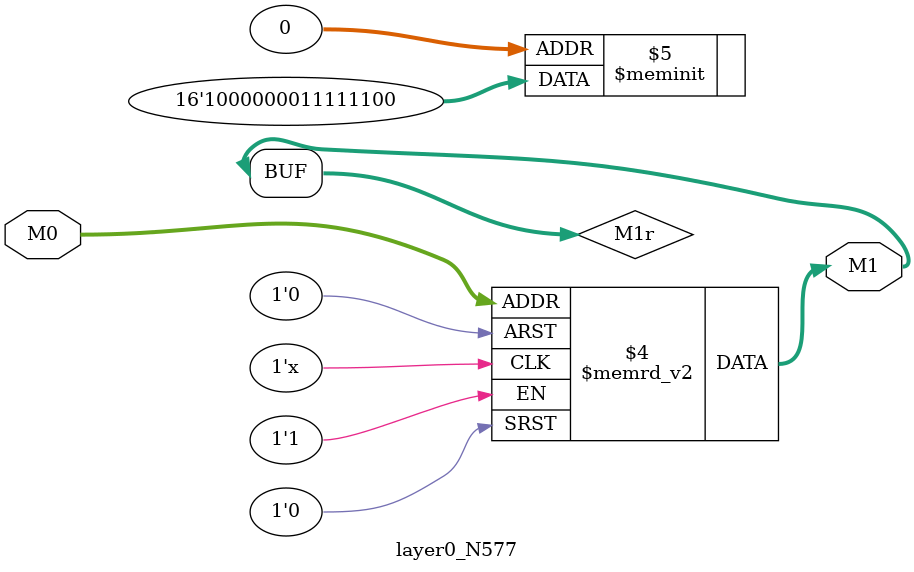
<source format=v>
module layer0_N577 ( input [2:0] M0, output [1:0] M1 );

	(*rom_style = "distributed" *) reg [1:0] M1r;
	assign M1 = M1r;
	always @ (M0) begin
		case (M0)
			3'b000: M1r = 2'b00;
			3'b100: M1r = 2'b00;
			3'b010: M1r = 2'b11;
			3'b110: M1r = 2'b00;
			3'b001: M1r = 2'b11;
			3'b101: M1r = 2'b00;
			3'b011: M1r = 2'b11;
			3'b111: M1r = 2'b10;

		endcase
	end
endmodule

</source>
